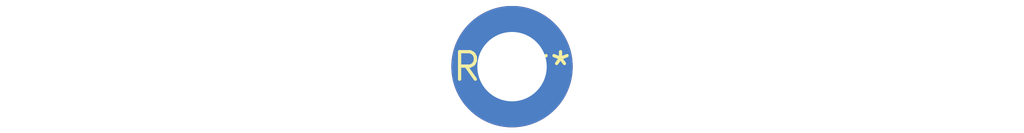
<source format=kicad_pcb>
(kicad_pcb (version 20240108) (generator pcbnew)
  (layers (0 "F.Cu" signal) (31 "B.Cu" signal) (34 "B.Paste" user) (35 "F.Paste" user) (36 "B.SilkS" user "B.Silkscreen") (37 "F.SilkS" user "F.Silkscreen") (38 "B.Mask" user) (39 "F.Mask" user) (44 "Edge.Cuts" user))
  (net 0 "")
  (footprint "MountingHole_3.2mm_M3_DIN965_Pad_TopBottom" (layer "F.Cu") (at 0 0)
    (property "Reference" "REF**")
    (property "Value" "MountingHole_3.2mm_M3_DIN965_Pad_TopBottom")
    (pad "1" thru_hole circle (at 0 0) (size 3.6 3.6) (drill 3.2) (layers *.Cu *.Mask) (remove_unused_layers))
    (pad "1" connect circle (at 0 0) (size 5.6 5.6) (layers "F.Cu" "F.Mask"))
    (pad "1" connect circle (at 0 0) (size 5.6 5.6) (layers "B.Cu" "B.Mask"))
  )
)
</source>
